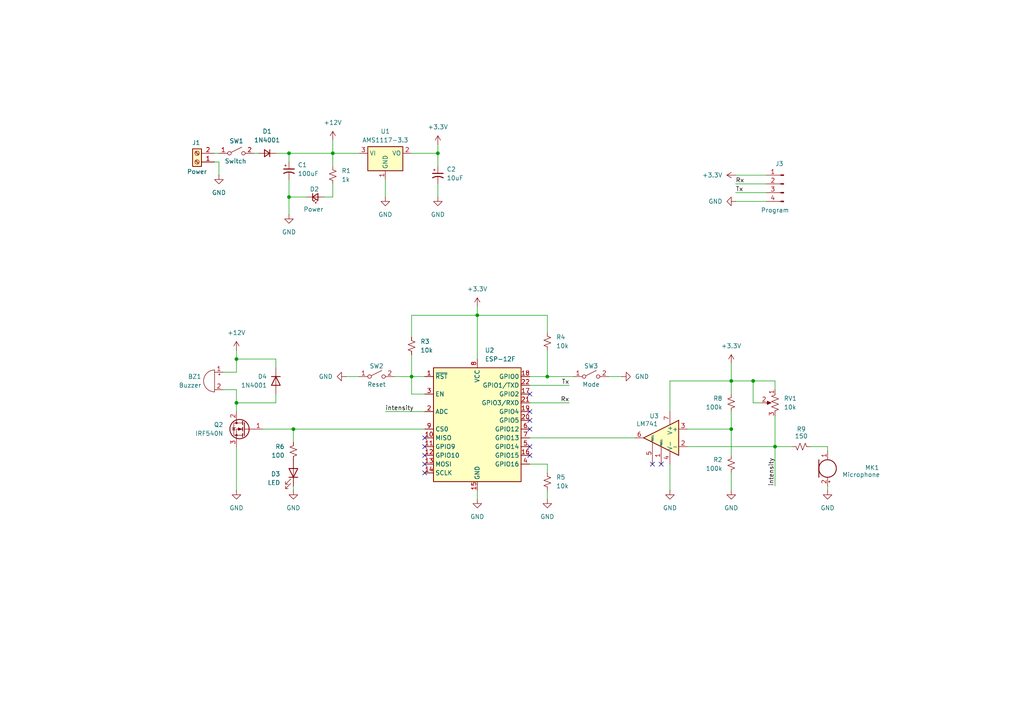
<source format=kicad_sch>
(kicad_sch (version 20231120) (generator "eeschema") (generator_version "8.0")
  (paper "A4")
  (lib_symbols
    (symbol "Amplifier_Operational:LM741" (pin_names (offset 0.127))
      (property "Reference" "U" (at 0 6.35 0))
      (property "Value" "LM741" (at 0 3.81 0))
      (symbol "LM741_0_1"
        (polyline (pts (xy -5.08 5.08) (xy 5.08 0) (xy -5.08 -5.08) (xy -5.08 5.08)) (stroke (width 0.254)) (fill (type background)))
      )
      (symbol "LM741_1_1"
        (pin input line (at 0 -7.62 90) (length 5.08) (name "NULL") (number "1"))
        (pin input line (at -7.62 -2.54 0) (length 2.54) (name "-") (number "2"))
        (pin input line (at -7.62 2.54 0) (length 2.54) (name "+") (number "3"))
        (pin power_in line (at -2.54 -7.62 90) (length 3.81) (name "V-") (number "4"))
        (pin input line (at 2.54 -7.62 90) (length 6.35) (name "NULL") (number "5"))
        (pin output line (at 7.62 0 180) (length 2.54) (name "~") (number "6"))
        (pin power_in line (at -2.54 7.62 270) (length 3.81) (name "V+") (number "7"))
        (pin no_connect line (at 0 2.54 270) (length 2.54) hide (name "NC") (number "8"))
      )
    )
    (symbol "Connector:Conn_01x04_Pin" (pin_names (offset 1.016) hide)
      (property "Reference" "J" (at 0 5.08 0))
      (property "Value" "Conn_01x04_Pin" (at 0 -7.62 0))
      (symbol "Conn_01x04_Pin_1_1"
        (polyline (pts (xy 1.27 -5.08) (xy 0.8636 -5.08)) (stroke (width 0.1524)))
        (polyline (pts (xy 1.27 -2.54) (xy 0.8636 -2.54)) (stroke (width 0.1524)))
        (polyline (pts (xy 1.27 0) (xy 0.8636 0)) (stroke (width 0.1524)))
        (polyline (pts (xy 1.27 2.54) (xy 0.8636 2.54)) (stroke (width 0.1524)))
        (rectangle (start 0.8636 -4.953) (end 0 -5.207) (stroke (width 0.1524)) (fill (type outline)))
        (rectangle (start 0.8636 -2.413) (end 0 -2.667) (stroke (width 0.1524)) (fill (type outline)))
        (rectangle (start 0.8636 0.127) (end 0 -0.127) (stroke (width 0.1524)) (fill (type outline)))
        (rectangle (start 0.8636 2.667) (end 0 2.413) (stroke (width 0.1524)) (fill (type outline)))
        (pin passive line (at 5.08 2.54 180) (length 3.81) (name "Pin_1") (number "1"))
        (pin passive line (at 5.08 0 180) (length 3.81) (name "Pin_2") (number "2"))
        (pin passive line (at 5.08 -2.54 180) (length 3.81) (name "Pin_3") (number "3"))
        (pin passive line (at 5.08 -5.08 180) (length 3.81) (name "Pin_4") (number "4"))
      )
    )
    (symbol "Connector:Screw_Terminal_01x02" (pin_names (offset 1.016) hide)
      (property "Reference" "J" (at 0 2.54 0))
      (property "Value" "Screw_Terminal_01x02" (at 0 -5.08 0))
      (symbol "Screw_Terminal_01x02_1_1"
        (rectangle (start -1.27 1.27) (end 1.27 -3.81) (stroke (width 0.254)) (fill (type background)))
        (circle (center 0 -2.54) (radius 0.635) (stroke (width 0.1524)))
        (polyline (pts (xy -0.5334 -2.2098) (xy 0.3302 -3.048)) (stroke (width 0.1524)))
        (polyline (pts (xy -0.5334 0.3302) (xy 0.3302 -0.508)) (stroke (width 0.1524)))
        (polyline (pts (xy -0.3556 -2.032) (xy 0.508 -2.8702)) (stroke (width 0.1524)))
        (polyline (pts (xy -0.3556 0.508) (xy 0.508 -0.3302)) (stroke (width 0.1524)))
        (circle (center 0 0) (radius 0.635) (stroke (width 0.1524)))
        (pin passive line (at -5.08 0 0) (length 3.81) (name "Pin_1") (number "1"))
        (pin passive line (at -5.08 -2.54 0) (length 3.81) (name "Pin_2") (number "2"))
      )
    )
    (symbol "Device:Buzzer" (pin_names (offset 0.0254) hide)
      (property "Reference" "BZ" (at 3.81 1.27 0))
      (property "Value" "Buzzer" (at 3.81 -1.27 0))
      (symbol "Buzzer_0_1"
        (arc (start 0 -3.175) (mid 3.1612 0) (end 0 3.175))
        (polyline (pts (xy -1.651 1.905) (xy -1.143 1.905)))
        (polyline (pts (xy -1.397 2.159) (xy -1.397 1.651)))
        (polyline (pts (xy 0 3.175) (xy 0 -3.175)))
      )
      (symbol "Buzzer_1_1"
        (pin passive line (at -2.54 2.54 0) (length 2.54) (name "+") (number "1"))
        (pin passive line (at -2.54 -2.54 0) (length 2.54) (name "-") (number "2"))
      )
    )
    (symbol "Device:C_Polarized_Small_US" (pin_numbers hide) (pin_names (offset 0.254) hide)
      (property "Reference" "C" (at 0.254 1.778 0))
      (property "Value" "C_Polarized_Small_US" (at 0.254 -2.032 0))
      (symbol "C_Polarized_Small_US_0_1"
        (polyline (pts (xy -1.524 0.508) (xy 1.524 0.508)) (stroke (width 0.3048)))
        (polyline (pts (xy -1.27 1.524) (xy -0.762 1.524)))
        (polyline (pts (xy -1.016 1.27) (xy -1.016 1.778)))
        (arc (start 1.524 -0.762) (mid 0 -0.3734) (end -1.524 -0.762) (stroke (width 0.3048)))
      )
      (symbol "C_Polarized_Small_US_1_1"
        (pin passive line (at 0 2.54 270) (length 2.032) (name "~") (number "1"))
        (pin passive line (at 0 -2.54 90) (length 2.032) (name "~") (number "2"))
      )
    )
    (symbol "Device:D_Small" (pin_numbers hide) (pin_names (offset 0.254) hide)
      (property "Reference" "D" (at -1.27 2.032 0))
      (property "Value" "D_Small" (at -3.81 -2.032 0))
      (symbol "D_Small_0_1"
        (polyline (pts (xy -0.762 -1.016) (xy -0.762 1.016)) (stroke (width 0.254)))
        (polyline (pts (xy -0.762 0) (xy 0.762 0)))
        (polyline (pts (xy 0.762 -1.016) (xy -0.762 0) (xy 0.762 1.016) (xy 0.762 -1.016)) (stroke (width 0.254)))
      )
      (symbol "D_Small_1_1"
        (pin passive line (at -2.54 0 0) (length 1.778) (name "K") (number "1"))
        (pin passive line (at 2.54 0 180) (length 1.778) (name "A") (number "2"))
      )
    )
    (symbol "Device:LED" (pin_numbers hide) (pin_names (offset 1.016) hide)
      (property "Reference" "D" (at 0 2.54 0))
      (property "Value" "LED" (at 0 -2.54 0))
      (symbol "LED_0_1"
        (polyline (pts (xy -1.27 -1.27) (xy -1.27 1.27)) (stroke (width 0.254)))
        (polyline (pts (xy -1.27 0) (xy 1.27 0)))
        (polyline (pts (xy 1.27 -1.27) (xy 1.27 1.27) (xy -1.27 0) (xy 1.27 -1.27)) (stroke (width 0.254)))
        (polyline (pts (xy -3.048 -0.762) (xy -4.572 -2.286) (xy -3.81 -2.286) (xy -4.572 -2.286) (xy -4.572 -1.524)))
        (polyline (pts (xy -1.778 -0.762) (xy -3.302 -2.286) (xy -2.54 -2.286) (xy -3.302 -2.286) (xy -3.302 -1.524)))
      )
      (symbol "LED_1_1"
        (pin passive line (at -3.81 0 0) (length 2.54) (name "K") (number "1"))
        (pin passive line (at 3.81 0 180) (length 2.54) (name "A") (number "2"))
      )
    )
    (symbol "Device:LED_Small" (pin_numbers hide) (pin_names (offset 0.254) hide)
      (property "Reference" "D" (at -1.27 3.175 0))
      (property "Value" "LED_Small" (at -4.445 -2.54 0))
      (symbol "LED_Small_0_1"
        (polyline (pts (xy -0.762 -1.016) (xy -0.762 1.016)) (stroke (width 0.254)))
        (polyline (pts (xy 1.016 0) (xy -0.762 0)))
        (polyline (pts (xy 0.762 -1.016) (xy -0.762 0) (xy 0.762 1.016) (xy 0.762 -1.016)) (stroke (width 0.254)))
        (polyline (pts (xy 0 0.762) (xy -0.508 1.27) (xy -0.254 1.27) (xy -0.508 1.27) (xy -0.508 1.016)))
        (polyline (pts (xy 0.508 1.27) (xy 0 1.778) (xy 0.254 1.778) (xy 0 1.778) (xy 0 1.524)))
      )
      (symbol "LED_Small_1_1"
        (pin passive line (at -2.54 0 0) (length 1.778) (name "K") (number "1"))
        (pin passive line (at 2.54 0 180) (length 1.778) (name "A") (number "2"))
      )
    )
    (symbol "Device:Microphone" (pin_names (offset 0.0254) hide)
      (property "Reference" "MK" (at -3.81 1.27 0))
      (property "Value" "Microphone" (at -3.81 -0.635 0))
      (symbol "Microphone_0_1"
        (polyline (pts (xy -2.54 2.54) (xy -2.54 -2.54)) (stroke (width 0.254)))
        (polyline (pts (xy 0.254 3.81) (xy 0.762 3.81)))
        (polyline (pts (xy 0.508 4.064) (xy 0.508 3.556)))
        (circle (center 0 0) (radius 2.54) (stroke (width 0.254)))
      )
      (symbol "Microphone_1_1"
        (pin passive line (at 0 -5.08 90) (length 2.54) (name "-") (number "1"))
        (pin passive line (at 0 5.08 270) (length 2.54) (name "+") (number "2"))
      )
    )
    (symbol "Device:R_Potentiometer_US" (pin_names (offset 1.016) hide)
      (property "Reference" "RV" (at -4.445 0 90))
      (property "Value" "R_Potentiometer_US" (at -2.54 0 90))
      (symbol "R_Potentiometer_US_0_1"
        (polyline (pts (xy 0 -2.286) (xy 0 -2.54)))
        (polyline (pts (xy 0 2.54) (xy 0 2.286)))
        (polyline (pts (xy 2.54 0) (xy 1.524 0)))
        (polyline (pts (xy 1.143 0) (xy 2.286 0.508) (xy 2.286 -0.508) (xy 1.143 0)) (fill (type outline)))
        (polyline (pts (xy 0 -0.762) (xy 1.016 -1.143) (xy 0 -1.524) (xy -1.016 -1.905) (xy 0 -2.286)))
        (polyline (pts (xy 0 0.762) (xy 1.016 0.381) (xy 0 0) (xy -1.016 -0.381) (xy 0 -0.762)))
        (polyline (pts (xy 0 2.286) (xy 1.016 1.905) (xy 0 1.524) (xy -1.016 1.143) (xy 0 0.762)))
      )
      (symbol "R_Potentiometer_US_1_1"
        (pin passive line (at 0 3.81 270) (length 1.27) (name "1") (number "1"))
        (pin passive line (at 3.81 0 180) (length 1.27) (name "2") (number "2"))
        (pin passive line (at 0 -3.81 90) (length 1.27) (name "3") (number "3"))
      )
    )
    (symbol "Device:R_Small_US" (pin_numbers hide) (pin_names (offset 0.254) hide)
      (property "Reference" "R" (at 0.762 0.508 0))
      (property "Value" "R_Small_US" (at 0.762 -1.016 0))
      (symbol "R_Small_US_1_1"
        (polyline (pts (xy 0 0) (xy 1.016 -0.381) (xy 0 -0.762) (xy -1.016 -1.143) (xy 0 -1.524)))
        (polyline (pts (xy 0 1.524) (xy 1.016 1.143) (xy 0 0.762) (xy -1.016 0.381) (xy 0 0)))
        (pin passive line (at 0 2.54 270) (length 1.016) (name "~") (number "1"))
        (pin passive line (at 0 -2.54 90) (length 1.016) (name "~") (number "2"))
      )
    )
    (symbol "Diode:1N4001" (pin_numbers hide) (pin_names hide)
      (property "Reference" "D" (at 0 2.54 0))
      (property "Value" "1N4001" (at 0 -2.54 0))
      (symbol "1N4001_0_1"
        (polyline (pts (xy -1.27 1.27) (xy -1.27 -1.27)) (stroke (width 0.254)))
        (polyline (pts (xy 1.27 0) (xy -1.27 0)))
        (polyline (pts (xy 1.27 1.27) (xy 1.27 -1.27) (xy -1.27 0) (xy 1.27 1.27)) (stroke (width 0.254)))
      )
      (symbol "1N4001_1_1"
        (pin passive line (at -3.81 0 0) (length 2.54) (name "K") (number "1"))
        (pin passive line (at 3.81 0 180) (length 2.54) (name "A") (number "2"))
      )
    )
    (symbol "RF_Module:ESP-12F"
      (property "Reference" "U" (at -12.7 19.05 0))
      (property "Value" "ESP-12F" (at 12.7 19.05 0))
      (symbol "ESP-12F_0_1"
        (rectangle (start -12.7 17.78) (end 12.7 -15.24) (stroke (width 0.254)) (fill (type background)))
      )
      (symbol "ESP-12F_1_1"
        (pin input line (at -15.24 15.24 0) (length 2.54) (name "~{RST}") (number "1"))
        (pin bidirectional line (at -15.24 -2.54 0) (length 2.54) (name "MISO") (number "10"))
        (pin bidirectional line (at -15.24 -5.08 0) (length 2.54) (name "GPIO9") (number "11"))
        (pin bidirectional line (at -15.24 -7.62 0) (length 2.54) (name "GPIO10") (number "12"))
        (pin bidirectional line (at -15.24 -10.16 0) (length 2.54) (name "MOSI") (number "13"))
        (pin bidirectional line (at -15.24 -12.7 0) (length 2.54) (name "SCLK") (number "14"))
        (pin power_in line (at 0 -17.78 90) (length 2.54) (name "GND") (number "15"))
        (pin bidirectional line (at 15.24 -7.62 180) (length 2.54) (name "GPIO15") (number "16"))
        (pin bidirectional line (at 15.24 10.16 180) (length 2.54) (name "GPIO2") (number "17"))
        (pin bidirectional line (at 15.24 15.24 180) (length 2.54) (name "GPIO0") (number "18"))
        (pin bidirectional line (at 15.24 5.08 180) (length 2.54) (name "GPIO4") (number "19"))
        (pin input line (at -15.24 5.08 0) (length 2.54) (name "ADC") (number "2"))
        (pin bidirectional line (at 15.24 2.54 180) (length 2.54) (name "GPIO5") (number "20"))
        (pin bidirectional line (at 15.24 7.62 180) (length 2.54) (name "GPIO3/RXD") (number "21"))
        (pin bidirectional line (at 15.24 12.7 180) (length 2.54) (name "GPIO1/TXD") (number "22"))
        (pin input line (at -15.24 10.16 0) (length 2.54) (name "EN") (number "3"))
        (pin bidirectional line (at 15.24 -10.16 180) (length 2.54) (name "GPIO16") (number "4"))
        (pin bidirectional line (at 15.24 -5.08 180) (length 2.54) (name "GPIO14") (number "5"))
        (pin bidirectional line (at 15.24 0 180) (length 2.54) (name "GPIO12") (number "6"))
        (pin bidirectional line (at 15.24 -2.54 180) (length 2.54) (name "GPIO13") (number "7"))
        (pin power_in line (at 0 20.32 270) (length 2.54) (name "VCC") (number "8"))
        (pin input line (at -15.24 0 0) (length 2.54) (name "CS0") (number "9"))
      )
    )
    (symbol "Regulator_Linear:AMS1117-3.3"
      (property "Reference" "U" (at -3.81 3.175 0))
      (property "Value" "AMS1117-3.3" (at 0 3.175 0))
      (symbol "AMS1117-3.3_0_1"
        (rectangle (start -5.08 -5.08) (end 5.08 1.905) (stroke (width 0.254)) (fill (type background)))
      )
      (symbol "AMS1117-3.3_1_1"
        (pin power_in line (at 0 -7.62 90) (length 2.54) (name "GND") (number "1"))
        (pin power_out line (at 7.62 0 180) (length 2.54) (name "VO") (number "2"))
        (pin power_in line (at -7.62 0 0) (length 2.54) (name "VI") (number "3"))
      )
    )
    (symbol "Switch:SW_SPST" (pin_names (offset 0) hide)
      (property "Reference" "SW" (at 0 3.175 0))
      (property "Value" "SW_SPST" (at 0 -2.54 0))
      (symbol "SW_SPST_0_0"
        (circle (center -2.032 0) (radius 0.508))
        (polyline (pts (xy -1.524 0.254) (xy 1.524 1.778)))
        (circle (center 2.032 0) (radius 0.508))
      )
      (symbol "SW_SPST_1_1"
        (pin passive line (at -5.08 0 0) (length 2.54) (name "A") (number "1"))
        (pin passive line (at 5.08 0 180) (length 2.54) (name "B") (number "2"))
      )
    )
    (symbol "Transistor_FET:IRF540N" (pin_names hide)
      (property "Reference" "Q" (at 5.08 1.905 0))
      (property "Value" "IRF540N" (at 5.08 0 0))
      (symbol "IRF540N_0_1"
        (polyline (pts (xy 0.254 0) (xy -2.54 0)))
        (polyline (pts (xy 0.254 1.905) (xy 0.254 -1.905)) (stroke (width 0.254)))
        (polyline (pts (xy 0.762 -1.27) (xy 0.762 -2.286)) (stroke (width 0.254)))
        (polyline (pts (xy 0.762 0.508) (xy 0.762 -0.508)) (stroke (width 0.254)))
        (polyline (pts (xy 0.762 2.286) (xy 0.762 1.27)) (stroke (width 0.254)))
        (polyline (pts (xy 2.54 2.54) (xy 2.54 1.778)))
        (polyline (pts (xy 2.54 -2.54) (xy 2.54 0) (xy 0.762 0)))
        (polyline (pts (xy 0.762 -1.778) (xy 3.302 -1.778) (xy 3.302 1.778) (xy 0.762 1.778)))
        (polyline (pts (xy 1.016 0) (xy 2.032 0.381) (xy 2.032 -0.381) (xy 1.016 0)) (fill (type outline)))
        (polyline (pts (xy 2.794 0.508) (xy 2.921 0.381) (xy 3.683 0.381) (xy 3.81 0.254)))
        (polyline (pts (xy 3.302 0.381) (xy 2.921 -0.254) (xy 3.683 -0.254) (xy 3.302 0.381)))
        (circle (center 1.651 0) (radius 2.794) (stroke (width 0.254)))
        (circle (center 2.54 -1.778) (radius 0.254) (fill (type outline)))
        (circle (center 2.54 1.778) (radius 0.254) (fill (type outline)))
      )
      (symbol "IRF540N_1_1"
        (pin input line (at -5.08 0 0) (length 2.54) (name "G") (number "1"))
        (pin passive line (at 2.54 5.08 270) (length 2.54) (name "D") (number "2"))
        (pin passive line (at 2.54 -5.08 90) (length 2.54) (name "S") (number "3"))
      )
    )
    (symbol "power:+12V" (power) (pin_numbers hide) (pin_names (offset 0) hide)
      (property "Value" "+12V" (at 0 3.556 0))
      (symbol "+12V_0_1"
        (polyline (pts (xy -0.762 1.27) (xy 0 2.54)))
        (polyline (pts (xy 0 0) (xy 0 2.54)))
        (polyline (pts (xy 0 2.54) (xy 0.762 1.27)))
      )
      (symbol "+12V_1_1"
        (pin power_in line (at 0 0 90) (length 0) (name "~") (number "1"))
      )
    )
    (symbol "power:+3.3V" (power) (pin_numbers hide) (pin_names (offset 0) hide)
      (property "Value" "+3.3V" (at 0 3.556 0))
      (symbol "+3.3V_0_1"
        (polyline (pts (xy -0.762 1.27) (xy 0 2.54)))
        (polyline (pts (xy 0 0) (xy 0 2.54)))
        (polyline (pts (xy 0 2.54) (xy 0.762 1.27)))
      )
      (symbol "+3.3V_1_1"
        (pin power_in line (at 0 0 90) (length 0) (name "~") (number "1"))
      )
    )
    (symbol "power:GND" (power) (pin_numbers hide) (pin_names (offset 0) hide)
      (property "Value" "GND" (at 0 -3.81 0))
      (symbol "GND_0_1"
        (polyline (pts (xy 0 0) (xy 0 -1.27) (xy 1.27 -1.27) (xy 0 -2.54) (xy -1.27 -1.27) (xy 0 -1.27)))
      )
      (symbol "GND_1_1"
        (pin power_in line (at 0 0 270) (length 0) (name "~") (number "1"))
      )
    )
  )
  (junction (at 119.38 109.22))
  (junction (at 85.09 124.46))
  (junction (at 158.75 109.22))
  (junction (at 83.82 44.45))
  (junction (at 224.79 129.54))
  (junction (at 68.58 116.84))
  (junction (at 218.44 110.49))
  (junction (at 212.09 110.49))
  (junction (at 68.58 104.14))
  (junction (at 83.82 57.15))
  (junction (at 138.43 91.44))
  (junction (at 96.52 44.45))
  (junction (at 212.09 124.46))
  (junction (at 127 44.45))
  (no_connect (at 153.67 132.08))
  (no_connect (at 123.19 134.62))
  (no_connect (at 153.67 129.54))
  (no_connect (at 123.19 132.08))
  (no_connect (at 123.19 137.16))
  (no_connect (at 153.67 119.38))
  (no_connect (at 189.23 134.62))
  (no_connect (at 123.19 127))
  (no_connect (at 153.67 124.46))
  (no_connect (at 123.19 129.54))
  (no_connect (at 191.77 134.62))
  (no_connect (at 153.67 114.3))
  (no_connect (at 153.67 121.92))
  (wire (pts (xy 62.23 46.99) (xy 63.5 46.99)))
  (wire (pts (xy 194.31 110.49) (xy 212.09 110.49)))
  (wire (pts (xy 119.38 91.44) (xy 138.43 91.44)))
  (wire (pts (xy 153.67 111.76) (xy 165.1 111.76)))
  (wire (pts (xy 96.52 44.45) (xy 96.52 48.26)))
  (wire (pts (xy 68.58 101.6) (xy 68.58 104.14)))
  (wire (pts (xy 68.58 116.84) (xy 68.58 119.38)))
  (wire (pts (xy 100.33 109.22) (xy 104.14 109.22)))
  (wire (pts (xy 80.01 114.3) (xy 80.01 116.84)))
  (wire (pts (xy 222.25 58.42) (xy 213.36 58.42)))
  (wire (pts (xy 127 41.91) (xy 127 44.45)))
  (wire (pts (xy 64.77 113.03) (xy 68.58 113.03)))
  (wire (pts (xy 127 44.45) (xy 127 48.26)))
  (wire (pts (xy 96.52 40.64) (xy 96.52 44.45)))
  (wire (pts (xy 222.25 55.88) (xy 213.36 55.88)))
  (wire (pts (xy 119.38 109.22) (xy 123.19 109.22)))
  (wire (pts (xy 111.76 119.38) (xy 123.19 119.38)))
  (wire (pts (xy 138.43 91.44) (xy 158.75 91.44)))
  (wire (pts (xy 83.82 57.15) (xy 83.82 62.23)))
  (wire (pts (xy 119.38 109.22) (xy 119.38 114.3)))
  (wire (pts (xy 158.75 134.62) (xy 158.75 137.16)))
  (wire (pts (xy 153.67 116.84) (xy 165.1 116.84)))
  (wire (pts (xy 68.58 113.03) (xy 68.58 116.84)))
  (wire (pts (xy 83.82 57.15) (xy 83.82 52.07)))
  (wire (pts (xy 234.95 129.54) (xy 240.03 129.54)))
  (wire (pts (xy 158.75 96.52) (xy 158.75 91.44)))
  (wire (pts (xy 153.67 109.22) (xy 158.75 109.22)))
  (wire (pts (xy 111.76 52.07) (xy 111.76 57.15)))
  (wire (pts (xy 63.5 44.45) (xy 62.23 44.45)))
  (wire (pts (xy 96.52 57.15) (xy 96.52 53.34)))
  (wire (pts (xy 218.44 110.49) (xy 224.79 110.49)))
  (wire (pts (xy 224.79 129.54) (xy 199.39 129.54)))
  (wire (pts (xy 222.25 53.34) (xy 213.36 53.34)))
  (wire (pts (xy 158.75 101.6) (xy 158.75 109.22)))
  (wire (pts (xy 153.67 134.62) (xy 158.75 134.62)))
  (wire (pts (xy 158.75 109.22) (xy 166.37 109.22)))
  (wire (pts (xy 240.03 129.54) (xy 240.03 130.81)))
  (wire (pts (xy 64.77 107.95) (xy 68.58 107.95)))
  (wire (pts (xy 119.38 114.3) (xy 123.19 114.3)))
  (wire (pts (xy 80.01 44.45) (xy 83.82 44.45)))
  (wire (pts (xy 68.58 104.14) (xy 80.01 104.14)))
  (wire (pts (xy 138.43 142.24) (xy 138.43 144.78)))
  (wire (pts (xy 114.3 109.22) (xy 119.38 109.22)))
  (wire (pts (xy 218.44 116.84) (xy 218.44 110.49)))
  (wire (pts (xy 220.98 116.84) (xy 218.44 116.84)))
  (wire (pts (xy 85.09 140.97) (xy 85.09 142.24)))
  (wire (pts (xy 85.09 124.46) (xy 123.19 124.46)))
  (wire (pts (xy 73.66 44.45) (xy 74.93 44.45)))
  (wire (pts (xy 212.09 110.49) (xy 218.44 110.49)))
  (wire (pts (xy 229.87 129.54) (xy 224.79 129.54)))
  (wire (pts (xy 85.09 124.46) (xy 85.09 128.27)))
  (wire (pts (xy 240.03 140.97) (xy 240.03 142.24)))
  (wire (pts (xy 119.38 97.79) (xy 119.38 91.44)))
  (wire (pts (xy 224.79 110.49) (xy 224.79 113.03)))
  (wire (pts (xy 80.01 104.14) (xy 80.01 106.68)))
  (wire (pts (xy 212.09 124.46) (xy 212.09 119.38)))
  (wire (pts (xy 153.67 127) (xy 184.15 127)))
  (wire (pts (xy 212.09 105.41) (xy 212.09 110.49)))
  (wire (pts (xy 83.82 44.45) (xy 96.52 44.45)))
  (wire (pts (xy 194.31 134.62) (xy 194.31 142.24)))
  (wire (pts (xy 93.98 57.15) (xy 96.52 57.15)))
  (wire (pts (xy 88.9 57.15) (xy 83.82 57.15)))
  (wire (pts (xy 224.79 129.54) (xy 224.79 140.97)))
  (wire (pts (xy 68.58 129.54) (xy 68.58 142.24)))
  (wire (pts (xy 222.25 50.8) (xy 213.36 50.8)))
  (wire (pts (xy 194.31 119.38) (xy 194.31 110.49)))
  (wire (pts (xy 119.38 44.45) (xy 127 44.45)))
  (wire (pts (xy 119.38 102.87) (xy 119.38 109.22)))
  (wire (pts (xy 176.53 109.22) (xy 180.34 109.22)))
  (wire (pts (xy 138.43 91.44) (xy 138.43 104.14)))
  (wire (pts (xy 224.79 120.65) (xy 224.79 129.54)))
  (wire (pts (xy 138.43 88.9) (xy 138.43 91.44)))
  (wire (pts (xy 212.09 110.49) (xy 212.09 114.3)))
  (wire (pts (xy 199.39 124.46) (xy 212.09 124.46)))
  (wire (pts (xy 212.09 137.16) (xy 212.09 142.24)))
  (wire (pts (xy 96.52 44.45) (xy 104.14 44.45)))
  (wire (pts (xy 80.01 116.84) (xy 68.58 116.84)))
  (wire (pts (xy 127 53.34) (xy 127 57.15)))
  (wire (pts (xy 68.58 107.95) (xy 68.58 104.14)))
  (wire (pts (xy 83.82 44.45) (xy 83.82 46.99)))
  (wire (pts (xy 76.2 124.46) (xy 85.09 124.46)))
  (wire (pts (xy 158.75 142.24) (xy 158.75 144.78)))
  (wire (pts (xy 63.5 46.99) (xy 63.5 50.8)))
  (wire (pts (xy 212.09 124.46) (xy 212.09 132.08)))
  (label "Rx" (at 165.1 116.84 180))
  (label "intensity" (at 224.79 140.97 90))
  (label "intensity" (at 111.76 119.38 0))
  (label "Tx" (at 165.1 111.76 180))
  (label "Rx" (at 213.36 53.34 0))
  (label "Tx" (at 213.36 55.88 0))
  (symbol (lib_id "power:GND") (at 85.09 142.24 0) (mirror y) (unit 1)
    (property "Reference" "#PWR015" (effects (hide yes)))
    (property "Value" "GND" (at 85.09 147.32 0))
    (property "Description" "Power symbol creates a global label with name \"GND\" , ground" (effects (hide yes)))
  )
  (symbol (lib_id "Switch:SW_SPST") (at 171.45 109.22 0) (unit 1)
    (property "Reference" "SW3" (at 171.45 106.172 0))
    (property "Value" "Mode" (at 171.45 111.506 0))
    (property "Footprint" "Button_Switch_THT:SW_PUSH_6mm" (effects (hide yes)))
    (property "Description" "Single Pole Single Throw (SPST) switch" (effects (hide yes)))
  )
  (symbol (lib_id "Regulator_Linear:AMS1117-3.3") (at 111.76 44.45 0) (unit 1)
    (property "Reference" "U1" (at 111.76 38.1 0))
    (property "Value" "AMS1117-3.3" (at 111.76 40.64 0))
    (property "Footprint" "Package_TO_SOT_SMD:SOT-223-3_TabPin2" (effects (hide yes)))
    (property "Datasheet" "http://www.advanced-monolithic.com/pdf/ds1117.pdf" (effects (hide yes)))
    (property "Description" "1A Low Dropout regulator, positive, 3.3V fixed output, SOT-223" (effects (hide yes)))
  )
  (symbol (lib_id "power:+12V") (at 68.58 101.6 0) (mirror y) (unit 1)
    (property "Reference" "#PWR019" (effects (hide yes)))
    (property "Value" "+12V" (at 68.58 96.52 0))
    (property "Description" "Power symbol creates a global label with name \"+12V\"" (effects (hide yes)))
  )
  (symbol (lib_id "power:GND") (at 180.34 109.22 90) (unit 1)
    (property "Reference" "#PWR016" (effects (hide yes)))
    (property "Value" "GND" (at 184.15 109.2199 90) (effects (justify right)))
    (property "Description" "Power symbol creates a global label with name \"GND\" , ground" (effects (hide yes)))
  )
  (symbol (lib_id "Device:LED") (at 85.09 137.16 270) (mirror x) (unit 1)
    (property "Reference" "D3" (at 81.28 137.4774 90) (effects (justify right)))
    (property "Value" "LED" (at 81.28 140.0174 90) (effects (justify right)))
    (property "Footprint" "LED_THT:LED_D3.0mm" (effects (hide yes)))
    (property "Description" "Light emitting diode" (effects (hide yes)))
  )
  (symbol (lib_id "Transistor_FET:IRF540N") (at 71.12 124.46 0) (mirror y) (unit 1)
    (property "Reference" "Q2" (at 64.77 123.1899 0) (effects (justify left)))
    (property "Value" "IRF540N" (at 64.77 125.7299 0) (effects (justify left)))
    (property "Footprint" "Package_TO_SOT_THT:TO-220-3_Vertical" (effects (hide yes)))
    (property "Datasheet" "http://www.irf.com/product-info/datasheets/data/irf540n.pdf" (effects (hide yes)))
    (property "Description" "33A Id, 100V Vds, HEXFET N-Channel MOSFET, TO-220" (effects (hide yes)))
  )
  (symbol (lib_id "power:+3.3V") (at 212.09 105.41 0) (mirror y) (unit 1)
    (property "Reference" "#PWR022" (effects (hide yes)))
    (property "Value" "+3.3V" (at 212.09 100.33 0))
    (property "Description" "Power symbol creates a global label with name \"+3.3V\"" (effects (hide yes)))
  )
  (symbol (lib_id "power:GND") (at 194.31 142.24 0) (mirror y) (unit 1)
    (property "Reference" "#PWR021" (effects (hide yes)))
    (property "Value" "GND" (at 194.31 147.32 0))
    (property "Description" "Power symbol creates a global label with name \"GND\" , ground" (effects (hide yes)))
  )
  (symbol (lib_id "Connector:Conn_01x04_Pin") (at 227.33 53.34 0) (mirror y) (unit 1)
    (property "Reference" "J3" (at 226.06 47.498 0))
    (property "Value" "Program" (at 224.79 60.96 0))
    (property "Footprint" "Connector_PinHeader_2.54mm:PinHeader_1x04_P2.54mm_Vertical" (effects (hide yes)))
    (property "Description" "Generic connector, single row, 01x04, script generated" (effects (hide yes)))
  )
  (symbol (lib_id "Device:R_Small_US") (at 85.09 130.81 0) (mirror y) (unit 1)
    (property "Reference" "R6" (at 82.55 129.5399 0) (effects (justify left)))
    (property "Value" "100" (at 82.55 132.0799 0) (effects (justify left)))
    (property "Footprint" "Resistor_THT:R_Axial_DIN0207_L6.3mm_D2.5mm_P10.16mm_Horizontal" (effects (hide yes)))
    (property "Description" "Resistor, small US symbol" (effects (hide yes)))
  )
  (symbol (lib_id "power:+12V") (at 96.52 40.64 0) (unit 1)
    (property "Reference" "#PWR03" (effects (hide yes)))
    (property "Value" "+12V" (at 96.52 35.56 0))
    (property "Description" "Power symbol creates a global label with name \"+12V\"" (effects (hide yes)))
  )
  (symbol (lib_id "power:GND") (at 63.5 50.8 0) (unit 1)
    (property "Reference" "#PWR01" (effects (hide yes)))
    (property "Value" "GND" (at 63.5 55.88 0))
    (property "Description" "Power symbol creates a global label with name \"GND\" , ground" (effects (hide yes)))
  )
  (symbol (lib_id "power:GND") (at 127 57.15 0) (unit 1)
    (property "Reference" "#PWR010" (effects (hide yes)))
    (property "Value" "GND" (at 127 62.23 0))
    (property "Description" "Power symbol creates a global label with name \"GND\" , ground" (effects (hide yes)))
  )
  (symbol (lib_id "power:+3.3V") (at 127 41.91 0) (unit 1)
    (property "Reference" "#PWR09" (effects (hide yes)))
    (property "Value" "+3.3V" (at 127 36.83 0))
    (property "Description" "Power symbol creates a global label with name \"+3.3V\"" (effects (hide yes)))
  )
  (symbol (lib_id "Switch:SW_SPST") (at 68.58 44.45 0) (unit 1)
    (property "Reference" "SW1" (at 68.58 40.894 0))
    (property "Value" "Switch" (at 68.326 46.736 0))
    (property "Footprint" "TestPoint:TestPoint_2Pads_Pitch2.54mm_Drill0.8mm" (effects (hide yes)))
    (property "Description" "Single Pole Single Throw (SPST) switch" (effects (hide yes)))
  )
  (symbol (lib_id "Device:R_Small_US") (at 212.09 116.84 0) (mirror x) (unit 1)
    (property "Reference" "R8" (at 209.55 115.5699 0) (effects (justify right)))
    (property "Value" "100k" (at 209.55 118.1099 0) (effects (justify right)))
    (property "Footprint" "Resistor_THT:R_Axial_DIN0207_L6.3mm_D2.5mm_P10.16mm_Horizontal" (effects (hide yes)))
    (property "Description" "Resistor, small US symbol" (effects (hide yes)))
  )
  (symbol (lib_id "power:GND") (at 68.58 142.24 0) (mirror y) (unit 1)
    (property "Reference" "#PWR020" (effects (hide yes)))
    (property "Value" "GND" (at 68.58 147.32 0))
    (property "Description" "Power symbol creates a global label with name \"GND\" , ground" (effects (hide yes)))
  )
  (symbol (lib_id "Device:R_Potentiometer_US") (at 224.79 116.84 0) (mirror y) (unit 1)
    (property "Reference" "RV1" (at 227.33 115.5699 0) (effects (justify right)))
    (property "Value" "10k" (at 227.33 118.1099 0) (effects (justify right)))
    (property "Footprint" "Potentiometer_THT:Potentiometer_Runtron_RM-065_Vertical" (effects (hide yes)))
    (property "Description" "Potentiometer, US symbol" (effects (hide yes)))
  )
  (symbol (lib_id "Device:C_Polarized_Small_US") (at 83.82 49.53 0) (unit 1)
    (property "Reference" "C1" (at 86.36 47.8281 0) (effects (justify left)))
    (property "Value" "100uF" (at 86.36 50.3681 0) (effects (justify left)))
    (property "Footprint" "Capacitor_THT:CP_Radial_D5.0mm_P2.50mm" (effects (hide yes)))
    (property "Description" "Polarized capacitor, small US symbol" (effects (hide yes)))
  )
  (symbol (lib_id "Device:R_Small_US") (at 232.41 129.54 90) (mirror x) (unit 1)
    (property "Reference" "R9" (at 232.41 124.46 90))
    (property "Value" "150" (at 232.41 126.492 90))
    (property "Footprint" "Resistor_THT:R_Axial_DIN0207_L6.3mm_D2.5mm_P10.16mm_Horizontal" (effects (hide yes)))
    (property "Description" "Resistor, small US symbol" (effects (hide yes)))
  )
  (symbol (lib_id "power:GND") (at 213.36 58.42 270) (mirror x) (unit 1)
    (property "Reference" "#PWR05" (effects (hide yes)))
    (property "Value" "GND" (at 209.55 58.4199 90) (effects (justify right)))
    (property "Description" "Power symbol creates a global label with name \"GND\" , ground" (effects (hide yes)))
  )
  (symbol (lib_id "power:GND") (at 212.09 142.24 0) (mirror y) (unit 1)
    (property "Reference" "#PWR08" (effects (hide yes)))
    (property "Value" "GND" (at 212.09 147.32 0))
    (property "Description" "Power symbol creates a global label with name \"GND\" , ground" (effects (hide yes)))
  )
  (symbol (lib_id "power:GND") (at 138.43 144.78 0) (unit 1)
    (property "Reference" "#PWR013" (effects (hide yes)))
    (property "Value" "GND" (at 138.43 149.86 0))
    (property "Description" "Power symbol creates a global label with name \"GND\" , ground" (effects (hide yes)))
  )
  (symbol (lib_id "Device:R_Small_US") (at 96.52 50.8 0) (unit 1)
    (property "Reference" "R1" (at 99.06 49.5299 0) (effects (justify left)))
    (property "Value" "1k" (at 99.06 52.0699 0) (effects (justify left)))
    (property "Footprint" "Resistor_THT:R_Axial_DIN0207_L6.3mm_D2.5mm_P10.16mm_Horizontal" (effects (hide yes)))
    (property "Description" "Resistor, small US symbol" (effects (hide yes)))
  )
  (symbol (lib_id "Device:R_Small_US") (at 212.09 134.62 0) (mirror x) (unit 1)
    (property "Reference" "R2" (at 209.55 133.3499 0) (effects (justify right)))
    (property "Value" "100k" (at 209.55 135.8899 0) (effects (justify right)))
    (property "Footprint" "Resistor_THT:R_Axial_DIN0207_L6.3mm_D2.5mm_P10.16mm_Horizontal" (effects (hide yes)))
    (property "Description" "Resistor, small US symbol" (effects (hide yes)))
  )
  (symbol (lib_id "power:GND") (at 100.33 109.22 270) (unit 1)
    (property "Reference" "#PWR011" (effects (hide yes)))
    (property "Value" "GND" (at 96.52 109.2199 90) (effects (justify right)))
    (property "Description" "Power symbol creates a global label with name \"GND\" , ground" (effects (hide yes)))
  )
  (symbol (lib_id "Device:C_Polarized_Small_US") (at 127 50.8 0) (unit 1)
    (property "Reference" "C2" (at 129.54 49.0981 0) (effects (justify left)))
    (property "Value" "10uF" (at 129.54 51.6381 0) (effects (justify left)))
    (property "Footprint" "Capacitor_THT:CP_Radial_D5.0mm_P2.50mm" (effects (hide yes)))
    (property "Description" "Polarized capacitor, small US symbol" (effects (hide yes)))
  )
  (symbol (lib_id "Device:R_Small_US") (at 158.75 139.7 0) (unit 1)
    (property "Reference" "R5" (at 161.29 138.4299 0) (effects (justify left)))
    (property "Value" "10k" (at 161.29 140.9699 0) (effects (justify left)))
    (property "Footprint" "Resistor_THT:R_Axial_DIN0207_L6.3mm_D2.5mm_P10.16mm_Horizontal" (effects (hide yes)))
    (property "Description" "Resistor, small US symbol" (effects (hide yes)))
  )
  (symbol (lib_id "Diode:1N4001") (at 80.01 110.49 90) (mirror x) (unit 1)
    (property "Reference" "D4" (at 77.47 109.2199 90) (effects (justify left)))
    (property "Value" "1N4001" (at 77.47 111.7599 90) (effects (justify left)))
    (property "Footprint" "Diode_THT:D_DO-41_SOD81_P10.16mm_Horizontal" (effects (hide yes)))
    (property "Datasheet" "http://www.vishay.com/docs/88503/1n4001.pdf" (effects (hide yes)))
    (property "Description" "50V 1A General Purpose Rectifier Diode, DO-41" (effects (hide yes)))
    (property "Sim.Device" "D" (effects (hide yes)))
    (property "Sim.Pins" "1=K 2=A" (effects (hide yes)))
  )
  (symbol (lib_id "Device:Buzzer") (at 62.23 110.49 0) (mirror y) (unit 1)
    (property "Reference" "BZ1" (at 58.42 109.2199 0) (effects (justify left)))
    (property "Value" "Buzzer" (at 58.42 111.7599 0) (effects (justify left)))
    (property "Footprint" "Connector_PinHeader_2.54mm:PinHeader_1x02_P2.54mm_Vertical" (effects (hide yes)))
    (property "Description" "Buzzer, polarized" (effects (hide yes)))
  )
  (symbol (lib_id "RF_Module:ESP-12F") (at 138.43 124.46 0) (unit 1)
    (property "Reference" "U2" (at 140.6241 101.6 0) (effects (justify left)))
    (property "Value" "ESP-12F" (at 140.6241 104.14 0) (effects (justify left)))
    (property "Footprint" "RF_Module:ESP-12E" (effects (hide yes)))
    (property "Datasheet" "http://wiki.ai-thinker.com/_media/esp8266/esp8266_series_modules_user_manual_v1.1.pdf" (effects (hide yes)))
    (property "Description" "802.11 b/g/n Wi-Fi Module" (effects (hide yes)))
  )
  (symbol (lib_id "power:+3.3V") (at 213.36 50.8 90) (mirror x) (unit 1)
    (property "Reference" "#PWR04" (effects (hide yes)))
    (property "Value" "+3.3V" (at 209.55 50.7999 90) (effects (justify left)))
    (property "Description" "Power symbol creates a global label with name \"+3.3V\"" (effects (hide yes)))
  )
  (symbol (lib_id "Device:Microphone") (at 240.03 135.89 0) (mirror x) (unit 1)
    (property "Reference" "MK1" (at 255.016 135.636 0) (effects (justify right)))
    (property "Value" "Microphone" (at 255.27 137.668 0) (effects (justify right)))
    (property "Footprint" "Buzzer_Beeper:MagneticBuzzer_Kobitone_254-EMB73-RO" (effects (hide yes)))
    (property "Description" "Microphone" (effects (hide yes)))
  )
  (symbol (lib_id "Switch:SW_SPST") (at 109.22 109.22 0) (unit 1)
    (property "Reference" "SW2" (at 109.22 106.172 0))
    (property "Value" "Reset" (at 109.22 111.506 0))
    (property "Footprint" "Button_Switch_THT:SW_PUSH_6mm" (effects (hide yes)))
    (property "Description" "Single Pole Single Throw (SPST) switch" (effects (hide yes)))
  )
  (symbol (lib_id "Device:R_Small_US") (at 119.38 100.33 0) (unit 1)
    (property "Reference" "R3" (at 121.92 99.0599 0) (effects (justify left)))
    (property "Value" "10k" (at 121.92 101.5999 0) (effects (justify left)))
    (property "Footprint" "Resistor_THT:R_Axial_DIN0207_L6.3mm_D2.5mm_P10.16mm_Horizontal" (effects (hide yes)))
    (property "Description" "Resistor, small US symbol" (effects (hide yes)))
  )
  (symbol (lib_id "Device:R_Small_US") (at 158.75 99.06 0) (unit 1)
    (property "Reference" "R4" (at 161.29 97.7899 0) (effects (justify left)))
    (property "Value" "10k" (at 161.29 100.3299 0) (effects (justify left)))
    (property "Footprint" "Resistor_THT:R_Axial_DIN0207_L6.3mm_D2.5mm_P10.16mm_Horizontal" (effects (hide yes)))
    (property "Description" "Resistor, small US symbol" (effects (hide yes)))
  )
  (symbol (lib_id "power:+3.3V") (at 138.43 88.9 0) (unit 1)
    (property "Reference" "#PWR012" (effects (hide yes)))
    (property "Value" "+3.3V" (at 138.43 83.82 0))
    (property "Description" "Power symbol creates a global label with name \"+3.3V\"" (effects (hide yes)))
  )
  (symbol (lib_id "power:GND") (at 158.75 144.78 0) (unit 1)
    (property "Reference" "#PWR014" (effects (hide yes)))
    (property "Value" "GND" (at 158.75 149.86 0))
    (property "Description" "Power symbol creates a global label with name \"GND\" , ground" (effects (hide yes)))
  )
  (symbol (lib_id "power:GND") (at 240.03 142.24 0) (mirror y) (unit 1)
    (property "Reference" "#PWR07" (effects (hide yes)))
    (property "Value" "GND" (at 240.03 147.32 0))
    (property "Description" "Power symbol creates a global label with name \"GND\" , ground" (effects (hide yes)))
  )
  (symbol (lib_id "power:GND") (at 111.76 57.15 0) (unit 1)
    (property "Reference" "#PWR06" (effects (hide yes)))
    (property "Value" "GND" (at 111.76 62.23 0))
    (property "Description" "Power symbol creates a global label with name \"GND\" , ground" (effects (hide yes)))
  )
  (symbol (lib_id "power:GND") (at 83.82 62.23 0) (unit 1)
    (property "Reference" "#PWR02" (effects (hide yes)))
    (property "Value" "GND" (at 83.82 67.31 0))
    (property "Description" "Power symbol creates a global label with name \"GND\" , ground" (effects (hide yes)))
  )
  (symbol (lib_id "Device:LED_Small") (at 91.44 57.15 0) (mirror x) (unit 1)
    (property "Reference" "D2" (at 91.186 54.864 0))
    (property "Value" "Power" (at 90.932 60.706 0))
    (property "Footprint" "LED_THT:LED_D3.0mm" (effects (hide yes)))
    (property "Description" "Light emitting diode, small symbol" (effects (hide yes)))
  )
  (symbol (lib_id "Device:D_Small") (at 77.47 44.45 180) (unit 1)
    (property "Reference" "D1" (at 77.47 38.1 0))
    (property "Value" "1N4001" (at 77.47 40.64 0))
    (property "Footprint" "Diode_THT:D_A-405_P10.16mm_Horizontal" (effects (hide yes)))
    (property "Description" "Diode, small symbol" (effects (hide yes)))
    (property "Sim.Device" "D" (effects (hide yes)))
    (property "Sim.Pins" "1=K 2=A" (effects (hide yes)))
  )
  (symbol (lib_id "Amplifier_Operational:LM741") (at 191.77 127 0) (mirror y) (unit 1)
    (property "Reference" "U3" (at 189.738 120.65 0))
    (property "Value" "LM741" (at 187.706 122.936 0))
    (property "Footprint" "Package_DIP:DIP-8_W7.62mm_LongPads" (effects (hide yes)))
    (property "Datasheet" "http://www.ti.com/lit/ds/symlink/lm741.pdf" (effects (hide yes)))
    (property "Description" "Operational Amplifier, DIP-8/TO-99-8" (effects (hide yes)))
  )
  (symbol (lib_id "Connector:Screw_Terminal_01x02") (at 57.15 46.99 180) (unit 1)
    (property "Reference" "J1" (at 56.896 41.402 0))
    (property "Value" "Power" (at 57.15 49.784 0))
    (property "Footprint" "TerminalBlock:TerminalBlock_bornier-2_P5.08mm" (effects (hide yes)))
    (property "Description" "Generic screw terminal, single row, 01x02, script generated (kicad-library-utils/schlib/autogen/connector/)" (effects (hide yes)))
  )
)
</source>
